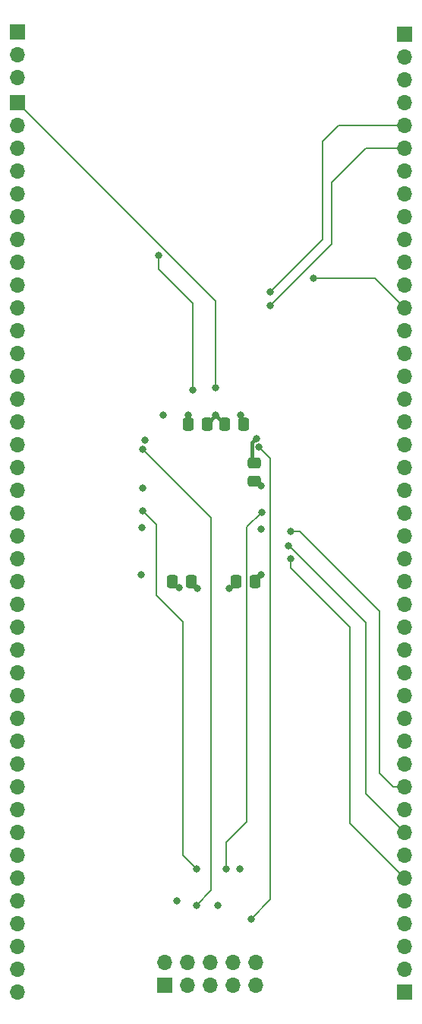
<source format=gbr>
%TF.GenerationSoftware,KiCad,Pcbnew,(6.0.0-0)*%
%TF.CreationDate,2023-01-15T17:49:43+00:00*%
%TF.ProjectId,altera-7128-adaptor,616c7465-7261-42d3-9731-32382d616461,rev?*%
%TF.SameCoordinates,Original*%
%TF.FileFunction,Copper,L4,Bot*%
%TF.FilePolarity,Positive*%
%FSLAX46Y46*%
G04 Gerber Fmt 4.6, Leading zero omitted, Abs format (unit mm)*
G04 Created by KiCad (PCBNEW (6.0.0-0)) date 2023-01-15 17:49:43*
%MOMM*%
%LPD*%
G01*
G04 APERTURE LIST*
G04 Aperture macros list*
%AMRoundRect*
0 Rectangle with rounded corners*
0 $1 Rounding radius*
0 $2 $3 $4 $5 $6 $7 $8 $9 X,Y pos of 4 corners*
0 Add a 4 corners polygon primitive as box body*
4,1,4,$2,$3,$4,$5,$6,$7,$8,$9,$2,$3,0*
0 Add four circle primitives for the rounded corners*
1,1,$1+$1,$2,$3*
1,1,$1+$1,$4,$5*
1,1,$1+$1,$6,$7*
1,1,$1+$1,$8,$9*
0 Add four rect primitives between the rounded corners*
20,1,$1+$1,$2,$3,$4,$5,0*
20,1,$1+$1,$4,$5,$6,$7,0*
20,1,$1+$1,$6,$7,$8,$9,0*
20,1,$1+$1,$8,$9,$2,$3,0*%
G04 Aperture macros list end*
%TA.AperFunction,ComponentPad*%
%ADD10R,1.700000X1.700000*%
%TD*%
%TA.AperFunction,ComponentPad*%
%ADD11O,1.700000X1.700000*%
%TD*%
%TA.AperFunction,SMDPad,CuDef*%
%ADD12RoundRect,0.250000X-0.337500X-0.475000X0.337500X-0.475000X0.337500X0.475000X-0.337500X0.475000X0*%
%TD*%
%TA.AperFunction,SMDPad,CuDef*%
%ADD13RoundRect,0.250000X0.337500X0.475000X-0.337500X0.475000X-0.337500X-0.475000X0.337500X-0.475000X0*%
%TD*%
%TA.AperFunction,SMDPad,CuDef*%
%ADD14RoundRect,0.250000X0.475000X-0.337500X0.475000X0.337500X-0.475000X0.337500X-0.475000X-0.337500X0*%
%TD*%
%TA.AperFunction,ViaPad*%
%ADD15C,0.800000*%
%TD*%
%TA.AperFunction,Conductor*%
%ADD16C,0.152400*%
%TD*%
%TA.AperFunction,Conductor*%
%ADD17C,0.381000*%
%TD*%
%TA.AperFunction,Conductor*%
%ADD18C,0.200000*%
%TD*%
G04 APERTURE END LIST*
D10*
%TO.P,J2,1,TCK*%
%TO.N,/TCK*%
X118014511Y-132566489D03*
D11*
%TO.P,J2,2,GND*%
%TO.N,GND*%
X118014511Y-130026489D03*
%TO.P,J2,3,TDO*%
%TO.N,/TDO*%
X120554511Y-132566489D03*
%TO.P,J2,4,VREF*%
%TO.N,+5V*%
X120554511Y-130026489D03*
%TO.P,J2,5,TMS*%
%TO.N,/TMS*%
X123094511Y-132566489D03*
%TO.P,J2,6,~{SRST}*%
%TO.N,unconnected-(J2-Pad6)*%
X123094511Y-130026489D03*
%TO.P,J2,7,VCC*%
%TO.N,unconnected-(J2-Pad7)*%
X125634511Y-132566489D03*
%TO.P,J2,8,~{TRST}*%
%TO.N,unconnected-(J2-Pad8)*%
X125634511Y-130026489D03*
%TO.P,J2,9,TDI*%
%TO.N,/TDI*%
X128174511Y-132566489D03*
%TO.P,J2,10,GND*%
%TO.N,GND*%
X128174511Y-130026489D03*
%TD*%
D12*
%TO.P,C1,1*%
%TO.N,+5V*%
X120628500Y-70104000D03*
%TO.P,C1,2*%
%TO.N,GND*%
X122703500Y-70104000D03*
%TD*%
D10*
%TO.P,J5,1,Pin_1*%
%TO.N,+5V*%
X101600000Y-26431000D03*
D11*
%TO.P,J5,2,Pin_2*%
X101600000Y-28971000D03*
%TO.P,J5,3,Pin_3*%
X101600000Y-31511000D03*
%TD*%
D10*
%TO.P,J4,1,Pin_1*%
%TO.N,GND*%
X144780000Y-26685000D03*
D11*
%TO.P,J4,2,Pin_2*%
X144780000Y-29225000D03*
%TO.P,J4,3,Pin_3*%
X144780000Y-31765000D03*
%TD*%
D13*
%TO.P,C4,1*%
%TO.N,+5V*%
X128037500Y-87630000D03*
%TO.P,C4,2*%
%TO.N,GND*%
X125962500Y-87630000D03*
%TD*%
D12*
%TO.P,C5,1*%
%TO.N,+5V*%
X118850500Y-87630000D03*
%TO.P,C5,2*%
%TO.N,GND*%
X120925500Y-87630000D03*
%TD*%
D10*
%TO.P,J3,1,Pin_1*%
%TO.N,/GCLK1*%
X101600000Y-34290000D03*
D11*
%TO.P,J3,2,Pin_2*%
%TO.N,/IO2*%
X101600000Y-36830000D03*
%TO.P,J3,3,Pin_3*%
%TO.N,/IO3*%
X101600000Y-39370000D03*
%TO.P,J3,4,Pin_4*%
%TO.N,/IO4*%
X101600000Y-41910000D03*
%TO.P,J3,5,Pin_5*%
%TO.N,/IO5*%
X101600000Y-44450000D03*
%TO.P,J3,6,Pin_6*%
%TO.N,/IO6*%
X101600000Y-46990000D03*
%TO.P,J3,7,Pin_7*%
%TO.N,/IO7*%
X101600000Y-49530000D03*
%TO.P,J3,8,Pin_8*%
%TO.N,/IO8*%
X101600000Y-52070000D03*
%TO.P,J3,9,Pin_9*%
%TO.N,/IO9*%
X101600000Y-54610000D03*
%TO.P,J3,10,Pin_10*%
%TO.N,/IO10*%
X101600000Y-57150000D03*
%TO.P,J3,11,Pin_11*%
%TO.N,/IO11*%
X101600000Y-59690000D03*
%TO.P,J3,12,Pin_12*%
%TO.N,/IO12*%
X101600000Y-62230000D03*
%TO.P,J3,13,Pin_13*%
%TO.N,/IO13*%
X101600000Y-64770000D03*
%TO.P,J3,14,Pin_14*%
%TO.N,/IO14*%
X101600000Y-67310000D03*
%TO.P,J3,15,Pin_15*%
%TO.N,/IO15*%
X101600000Y-69850000D03*
%TO.P,J3,16,Pin_16*%
%TO.N,/IO16*%
X101600000Y-72390000D03*
%TO.P,J3,17,Pin_17*%
%TO.N,/IO17*%
X101600000Y-74930000D03*
%TO.P,J3,18,Pin_18*%
%TO.N,/IO18*%
X101600000Y-77470000D03*
%TO.P,J3,19,Pin_19*%
%TO.N,/IO19*%
X101600000Y-80010000D03*
%TO.P,J3,20,Pin_20*%
%TO.N,/IO20*%
X101600000Y-82550000D03*
%TO.P,J3,21,Pin_21*%
%TO.N,/IO21*%
X101600000Y-85090000D03*
%TO.P,J3,22,Pin_22*%
%TO.N,/IO22*%
X101600000Y-87630000D03*
%TO.P,J3,23,Pin_23*%
%TO.N,/IO23*%
X101600000Y-90170000D03*
%TO.P,J3,24,Pin_24*%
%TO.N,/IO24*%
X101600000Y-92710000D03*
%TO.P,J3,25,Pin_25*%
%TO.N,/IO25*%
X101600000Y-95250000D03*
%TO.P,J3,26,Pin_26*%
%TO.N,/IO26*%
X101600000Y-97790000D03*
%TO.P,J3,27,Pin_27*%
%TO.N,/IO27*%
X101600000Y-100330000D03*
%TO.P,J3,28,Pin_28*%
%TO.N,/IO28*%
X101600000Y-102870000D03*
%TO.P,J3,29,Pin_29*%
%TO.N,/IO29*%
X101600000Y-105410000D03*
%TO.P,J3,30,Pin_30*%
%TO.N,/IO30*%
X101600000Y-107950000D03*
%TO.P,J3,31,Pin_31*%
%TO.N,/IO31*%
X101600000Y-110490000D03*
%TO.P,J3,32,Pin_32*%
%TO.N,/IO32*%
X101600000Y-113030000D03*
%TO.P,J3,33,Pin_33*%
%TO.N,/IO33*%
X101600000Y-115570000D03*
%TO.P,J3,34,Pin_34*%
%TO.N,/IO34*%
X101600000Y-118110000D03*
%TO.P,J3,35,Pin_35*%
%TO.N,/IO35*%
X101600000Y-120650000D03*
%TO.P,J3,36,Pin_36*%
%TO.N,/IO36*%
X101600000Y-123190000D03*
%TO.P,J3,37,Pin_37*%
%TO.N,/IO37*%
X101600000Y-125730000D03*
%TO.P,J3,38,Pin_38*%
%TO.N,/IO38*%
X101600000Y-128270000D03*
%TO.P,J3,39,Pin_39*%
%TO.N,/IO39*%
X101600000Y-130810000D03*
%TO.P,J3,40,Pin_40*%
%TO.N,/IO40*%
X101600000Y-133350000D03*
%TD*%
D13*
%TO.P,C3,1*%
%TO.N,+5V*%
X126767500Y-70104000D03*
%TO.P,C3,2*%
%TO.N,GND*%
X124692500Y-70104000D03*
%TD*%
D14*
%TO.P,C2,1*%
%TO.N,+5V*%
X128016000Y-76475500D03*
%TO.P,C2,2*%
%TO.N,GND*%
X128016000Y-74400500D03*
%TD*%
D10*
%TO.P,J1,1,Pin_1*%
%TO.N,/IO41*%
X144780000Y-133350000D03*
D11*
%TO.P,J1,2,Pin_2*%
%TO.N,/IO42*%
X144780000Y-130810000D03*
%TO.P,J1,3,Pin_3*%
%TO.N,/IO43*%
X144780000Y-128270000D03*
%TO.P,J1,4,Pin_4*%
%TO.N,/IO44*%
X144780000Y-125730000D03*
%TO.P,J1,5,Pin_5*%
%TO.N,/IO45*%
X144780000Y-123190000D03*
%TO.P,J1,6,Pin_6*%
%TO.N,/IO46*%
X144780000Y-120650000D03*
%TO.P,J1,7,Pin_7*%
%TO.N,/IO47*%
X144780000Y-118110000D03*
%TO.P,J1,8,Pin_8*%
%TO.N,/IO48*%
X144780000Y-115570000D03*
%TO.P,J1,9,Pin_9*%
%TO.N,/IO49*%
X144780000Y-113030000D03*
%TO.P,J1,10,Pin_10*%
%TO.N,/IO50*%
X144780000Y-110490000D03*
%TO.P,J1,11,Pin_11*%
%TO.N,/IO51*%
X144780000Y-107950000D03*
%TO.P,J1,12,Pin_12*%
%TO.N,/IO52*%
X144780000Y-105410000D03*
%TO.P,J1,13,Pin_13*%
%TO.N,/IO53*%
X144780000Y-102870000D03*
%TO.P,J1,14,Pin_14*%
%TO.N,/IO54*%
X144780000Y-100330000D03*
%TO.P,J1,15,Pin_15*%
%TO.N,/IO55*%
X144780000Y-97790000D03*
%TO.P,J1,16,Pin_16*%
%TO.N,/IO56*%
X144780000Y-95250000D03*
%TO.P,J1,17,Pin_17*%
%TO.N,/IO57*%
X144780000Y-92710000D03*
%TO.P,J1,18,Pin_18*%
%TO.N,/IO58*%
X144780000Y-90170000D03*
%TO.P,J1,19,Pin_19*%
%TO.N,/IO59*%
X144780000Y-87630000D03*
%TO.P,J1,20,Pin_20*%
%TO.N,/IO60*%
X144780000Y-85090000D03*
%TO.P,J1,21,Pin_21*%
%TO.N,/IO61*%
X144780000Y-82550000D03*
%TO.P,J1,22,Pin_22*%
%TO.N,/IO62*%
X144780000Y-80010000D03*
%TO.P,J1,23,Pin_23*%
%TO.N,/IO63*%
X144780000Y-77470000D03*
%TO.P,J1,24,Pin_24*%
%TO.N,/IO64*%
X144780000Y-74930000D03*
%TO.P,J1,25,Pin_25*%
%TO.N,/IO65*%
X144780000Y-72390000D03*
%TO.P,J1,26,Pin_26*%
%TO.N,/IO66*%
X144780000Y-69850000D03*
%TO.P,J1,27,Pin_27*%
%TO.N,/IO67*%
X144780000Y-67310000D03*
%TO.P,J1,28,Pin_28*%
%TO.N,/IO68*%
X144780000Y-64770000D03*
%TO.P,J1,29,Pin_29*%
%TO.N,/IO69*%
X144780000Y-62230000D03*
%TO.P,J1,30,Pin_30*%
%TO.N,/IO70*%
X144780000Y-59690000D03*
%TO.P,J1,31,Pin_31*%
%TO.N,/IO71*%
X144780000Y-57150000D03*
%TO.P,J1,32,Pin_32*%
%TO.N,/IO72*%
X144780000Y-54610000D03*
%TO.P,J1,33,Pin_33*%
%TO.N,/IO73*%
X144780000Y-52070000D03*
%TO.P,J1,34,Pin_34*%
%TO.N,/IO74*%
X144780000Y-49530000D03*
%TO.P,J1,35,Pin_35*%
%TO.N,/IO75*%
X144780000Y-46990000D03*
%TO.P,J1,36,Pin_36*%
%TO.N,/IO76*%
X144780000Y-44450000D03*
%TO.P,J1,37,Pin_37*%
%TO.N,/IO77*%
X144780000Y-41910000D03*
%TO.P,J1,38,Pin_38*%
%TO.N,/OE1*%
X144780000Y-39370000D03*
%TO.P,J1,39,Pin_39*%
%TO.N,/GCLRN*%
X144780000Y-36830000D03*
%TO.P,J1,40,Pin_40*%
%TO.N,/OE2{slash}GCLK2*%
X144780000Y-34290000D03*
%TD*%
D15*
%TO.N,+5V*%
X115443000Y-81661000D03*
X123952000Y-123698000D03*
X128778000Y-86868000D03*
X126492000Y-69088000D03*
X115798600Y-71907400D03*
X128778000Y-76962000D03*
X120650000Y-69088000D03*
X119631546Y-88339246D03*
X119380000Y-123190000D03*
%TO.N,GND*%
X117856000Y-69088000D03*
X128207930Y-71695789D03*
X123698000Y-69088000D03*
X115401793Y-86855324D03*
X125222000Y-88392000D03*
X115570000Y-77216000D03*
X126391511Y-119607489D03*
X121668890Y-88385096D03*
X128778000Y-81788000D03*
%TO.N,/IO46*%
X132080000Y-85090000D03*
%TO.N,/IO48*%
X131826000Y-83632100D03*
%TO.N,/IO50*%
X132080000Y-82042000D03*
%TO.N,/IO71*%
X134620000Y-53848000D03*
%TO.N,/GCLK1*%
X123698000Y-66040000D03*
%TO.N,/TCK*%
X124867511Y-119607489D03*
X128812718Y-79928784D03*
%TO.N,/TDO*%
X127661511Y-125195489D03*
X128524000Y-72644000D03*
%TO.N,/TMS*%
X115570000Y-79756000D03*
X121565511Y-119607489D03*
%TO.N,/TDI*%
X115570000Y-72898000D03*
X121565511Y-123671489D03*
%TO.N,/OE1*%
X129794000Y-56896000D03*
%TO.N,/GCLRN*%
X129794000Y-55372000D03*
%TO.N,/OE2{slash}GCLK2*%
X121158000Y-66294000D03*
X117348000Y-51308000D03*
%TD*%
D16*
%TO.N,/IO71*%
X144780000Y-57150000D02*
X141478000Y-53848000D01*
X141478000Y-53848000D02*
X134620000Y-53848000D01*
D17*
%TO.N,GND*%
X127733989Y-74118489D02*
X128016000Y-74400500D01*
X123698000Y-69109500D02*
X124692500Y-70104000D01*
X123698000Y-69088000D02*
X123698000Y-69109500D01*
X123698000Y-69109500D02*
X122703500Y-70104000D01*
X127733989Y-72169730D02*
X127733989Y-74118489D01*
X128207930Y-71695789D02*
X127733989Y-72169730D01*
D16*
%TO.N,/IO46*%
X138684000Y-92710000D02*
X138684000Y-114554000D01*
X132080000Y-85090000D02*
X132080000Y-86106000D01*
X132080000Y-86106000D02*
X138684000Y-92710000D01*
D18*
X138684000Y-114554000D02*
X144780000Y-120650000D01*
D16*
%TO.N,/IO48*%
X140462000Y-111252000D02*
X144780000Y-115570000D01*
X140462000Y-92202000D02*
X140462000Y-111252000D01*
X131892100Y-83632100D02*
X140462000Y-92202000D01*
X131826000Y-83632100D02*
X131892100Y-83632100D01*
%TO.N,/IO50*%
X141986000Y-90932000D02*
X141986000Y-108966000D01*
X132080000Y-82042000D02*
X133096000Y-82042000D01*
X141986000Y-108966000D02*
X143510000Y-110490000D01*
X143510000Y-110490000D02*
X144780000Y-110490000D01*
X133096000Y-82042000D02*
X141986000Y-90932000D01*
%TO.N,/GCLK1*%
X123698000Y-56388000D02*
X101600000Y-34290000D01*
X123698000Y-66040000D02*
X123698000Y-56388000D01*
%TO.N,/TCK*%
X127174280Y-114379720D02*
X124867511Y-116686489D01*
X124867511Y-116686489D02*
X124867511Y-119607489D01*
X127174280Y-81567222D02*
X127174280Y-114379720D01*
X128812718Y-79928784D02*
X127174280Y-81567222D01*
%TO.N,/TDO*%
X129794000Y-123063000D02*
X127661511Y-125195489D01*
X128524000Y-72644000D02*
X129794000Y-73914000D01*
X129794000Y-73914000D02*
X129794000Y-123063000D01*
%TO.N,/TMS*%
X120055711Y-118097689D02*
X121565511Y-119607489D01*
X115570000Y-79756000D02*
X117094000Y-81280000D01*
X120055711Y-92115711D02*
X120055711Y-118097689D01*
X117094000Y-81280000D02*
X117094000Y-89154000D01*
X117094000Y-89154000D02*
X120055711Y-92115711D01*
%TO.N,/TDI*%
X115570000Y-72898000D02*
X123190000Y-80518000D01*
X123190000Y-80518000D02*
X123190000Y-122047000D01*
X123190000Y-122047000D02*
X121565511Y-123671489D01*
%TO.N,/OE1*%
X129794000Y-56896000D02*
X136652000Y-50038000D01*
X136652000Y-50038000D02*
X136652000Y-43180000D01*
X140462000Y-39370000D02*
X144780000Y-39370000D01*
X136652000Y-43180000D02*
X140462000Y-39370000D01*
%TO.N,/GCLRN*%
X129794000Y-55372000D02*
X135636000Y-49530000D01*
X135636000Y-38608000D02*
X137414000Y-36830000D01*
X137414000Y-36830000D02*
X144780000Y-36830000D01*
X135636000Y-49530000D02*
X135636000Y-38608000D01*
%TO.N,/OE2{slash}GCLK2*%
X117348000Y-51308000D02*
X117348000Y-52832000D01*
X117348000Y-52832000D02*
X121158000Y-56642000D01*
X121158000Y-56642000D02*
X121158000Y-66294000D01*
%TD*%
M02*

</source>
